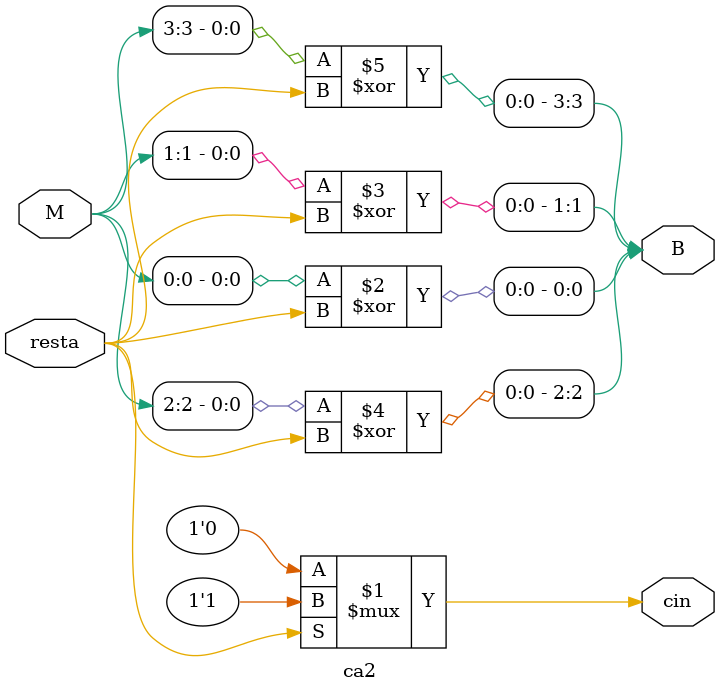
<source format=v>
module ca2(input wire [3:0] M, input wire resta, output wire [3:0] B, output wire cin);
	//modulo de complemento a 2 para M 
	//depende de la señal resta que puede ser 1 o 0
	//si es 1 se hace el ca2 si es cero se usa M 
	assign cin = resta ? 1'b1 : 1'b0;

	assign B[0] = M[0] ^ resta; //XOR 
	assign B[1] = M[1] ^ resta;
	assign B[2] = M[2] ^ resta;
	assign B[3] = M[3] ^ resta;

endmodule

</source>
